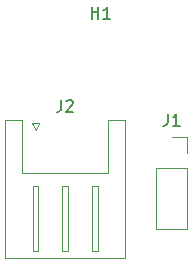
<source format=gbr>
%TF.GenerationSoftware,KiCad,Pcbnew,9.0.1*%
%TF.CreationDate,2025-09-26T21:22:19-04:00*%
%TF.ProjectId,TEMP-HUM-Sensor,54454d50-2d48-4554-9d2d-53656e736f72,rev?*%
%TF.SameCoordinates,Original*%
%TF.FileFunction,Legend,Top*%
%TF.FilePolarity,Positive*%
%FSLAX46Y46*%
G04 Gerber Fmt 4.6, Leading zero omitted, Abs format (unit mm)*
G04 Created by KiCad (PCBNEW 9.0.1) date 2025-09-26 21:22:19*
%MOMM*%
%LPD*%
G01*
G04 APERTURE LIST*
%ADD10C,0.150000*%
%ADD11C,0.120000*%
G04 APERTURE END LIST*
D10*
X103238095Y-60104819D02*
X103238095Y-59104819D01*
X103238095Y-59581009D02*
X103809523Y-59581009D01*
X103809523Y-60104819D02*
X103809523Y-59104819D01*
X104809523Y-60104819D02*
X104238095Y-60104819D01*
X104523809Y-60104819D02*
X104523809Y-59104819D01*
X104523809Y-59104819D02*
X104428571Y-59247676D01*
X104428571Y-59247676D02*
X104333333Y-59342914D01*
X104333333Y-59342914D02*
X104238095Y-59390533D01*
X109691666Y-68159819D02*
X109691666Y-68874104D01*
X109691666Y-68874104D02*
X109644047Y-69016961D01*
X109644047Y-69016961D02*
X109548809Y-69112200D01*
X109548809Y-69112200D02*
X109405952Y-69159819D01*
X109405952Y-69159819D02*
X109310714Y-69159819D01*
X110691666Y-69159819D02*
X110120238Y-69159819D01*
X110405952Y-69159819D02*
X110405952Y-68159819D01*
X110405952Y-68159819D02*
X110310714Y-68302676D01*
X110310714Y-68302676D02*
X110215476Y-68397914D01*
X110215476Y-68397914D02*
X110120238Y-68445533D01*
X100666666Y-66999819D02*
X100666666Y-67714104D01*
X100666666Y-67714104D02*
X100619047Y-67856961D01*
X100619047Y-67856961D02*
X100523809Y-67952200D01*
X100523809Y-67952200D02*
X100380952Y-67999819D01*
X100380952Y-67999819D02*
X100285714Y-67999819D01*
X101095238Y-67095057D02*
X101142857Y-67047438D01*
X101142857Y-67047438D02*
X101238095Y-66999819D01*
X101238095Y-66999819D02*
X101476190Y-66999819D01*
X101476190Y-66999819D02*
X101571428Y-67047438D01*
X101571428Y-67047438D02*
X101619047Y-67095057D01*
X101619047Y-67095057D02*
X101666666Y-67190295D01*
X101666666Y-67190295D02*
X101666666Y-67285533D01*
X101666666Y-67285533D02*
X101619047Y-67428390D01*
X101619047Y-67428390D02*
X101047619Y-67999819D01*
X101047619Y-67999819D02*
X101666666Y-67999819D01*
D11*
%TO.C,J1*%
X108695000Y-72745000D02*
X108695000Y-77885000D01*
X108695000Y-72745000D02*
X111355000Y-72745000D01*
X108695000Y-77885000D02*
X111355000Y-77885000D01*
X110025000Y-70145000D02*
X111355000Y-70145000D01*
X111355000Y-70145000D02*
X111355000Y-71475000D01*
X111355000Y-72745000D02*
X111355000Y-77885000D01*
%TO.C,J2*%
X95940000Y-68645000D02*
X97360000Y-68645000D01*
X95940000Y-80365000D02*
X95940000Y-68645000D01*
X97360000Y-68645000D02*
X97360000Y-73145000D01*
X97360000Y-73145000D02*
X101000000Y-73145000D01*
X98200000Y-68955000D02*
X98800000Y-68955000D01*
X98250000Y-74255000D02*
X98250000Y-79755000D01*
X98250000Y-79755000D02*
X98750000Y-79755000D01*
X98500000Y-69555000D02*
X98200000Y-68955000D01*
X98750000Y-74255000D02*
X98250000Y-74255000D01*
X98750000Y-79755000D02*
X98750000Y-74255000D01*
X98800000Y-68955000D02*
X98500000Y-69555000D01*
X100750000Y-74255000D02*
X100750000Y-79755000D01*
X100750000Y-79755000D02*
X101250000Y-79755000D01*
X101000000Y-80365000D02*
X95940000Y-80365000D01*
X101000000Y-80365000D02*
X106060000Y-80365000D01*
X101250000Y-74255000D02*
X100750000Y-74255000D01*
X101250000Y-79755000D02*
X101250000Y-74255000D01*
X103250000Y-74255000D02*
X103250000Y-79755000D01*
X103250000Y-79755000D02*
X103750000Y-79755000D01*
X103750000Y-74255000D02*
X103250000Y-74255000D01*
X103750000Y-79755000D02*
X103750000Y-74255000D01*
X104640000Y-68645000D02*
X104640000Y-73145000D01*
X104640000Y-73145000D02*
X101000000Y-73145000D01*
X106060000Y-68645000D02*
X104640000Y-68645000D01*
X106060000Y-80365000D02*
X106060000Y-68645000D01*
%TD*%
M02*

</source>
